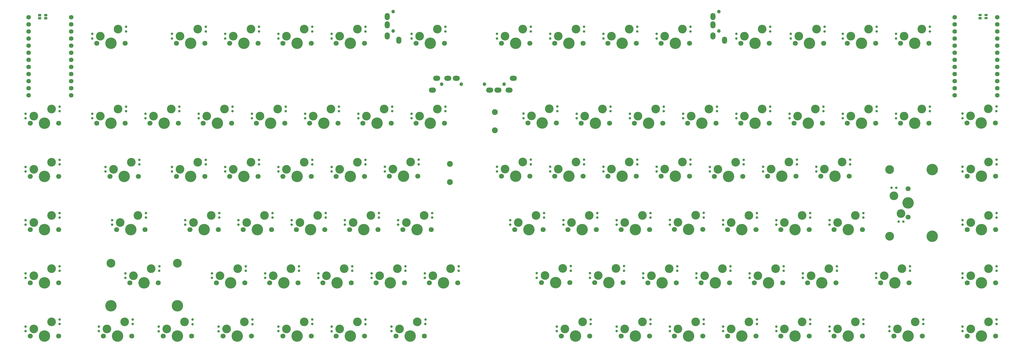
<source format=gts>
%TF.GenerationSoftware,KiCad,Pcbnew,(5.1.9)-1*%
%TF.CreationDate,2021-05-10T22:56:04+09:00*%
%TF.ProjectId,Pistachio_rev2,50697374-6163-4686-996f-5f726576322e,rev?*%
%TF.SameCoordinates,Original*%
%TF.FileFunction,Soldermask,Top*%
%TF.FilePolarity,Negative*%
%FSLAX46Y46*%
G04 Gerber Fmt 4.6, Leading zero omitted, Abs format (unit mm)*
G04 Created by KiCad (PCBNEW (5.1.9)-1) date 2021-05-10 22:56:04*
%MOMM*%
%LPD*%
G01*
G04 APERTURE LIST*
%ADD10C,0.902000*%
%ADD11C,1.803800*%
%ADD12C,4.089800*%
%ADD13C,3.102000*%
%ADD14C,1.626000*%
%ADD15C,3.150000*%
%ADD16O,1.802000X2.602000*%
%ADD17C,1.302000*%
%ADD18O,2.602000X1.802000*%
%ADD19C,2.102000*%
G04 APERTURE END LIST*
D10*
%TO.C,SW83*%
X142342080Y-183806740D03*
X142342080Y-182126740D03*
X154462080Y-181266740D03*
X154472080Y-179596740D03*
D11*
X143962080Y-185506740D03*
X154122080Y-185506740D03*
D12*
X149042080Y-185506740D03*
D13*
X145232080Y-182966740D03*
X151582080Y-180426740D03*
%TD*%
D10*
%TO.C,SW82*%
X123292000Y-183800000D03*
X123292000Y-182120000D03*
X135412000Y-181260000D03*
X135422000Y-179590000D03*
D11*
X124912000Y-185500000D03*
X135072000Y-185500000D03*
D12*
X129992000Y-185500000D03*
D13*
X126182000Y-182960000D03*
X132532000Y-180420000D03*
%TD*%
D10*
%TO.C,SW81*%
X101860660Y-183806740D03*
X101860660Y-182126740D03*
X113980660Y-181266740D03*
X113990660Y-179596740D03*
D11*
X103480660Y-185506740D03*
X113640660Y-185506740D03*
D12*
X108560660Y-185506740D03*
D13*
X104750660Y-182966740D03*
X111100660Y-180426740D03*
%TD*%
D10*
%TO.C,SW7*%
X201478224Y-79024560D03*
X201478224Y-77344560D03*
X213598224Y-76484560D03*
X213608224Y-74814560D03*
D11*
X203098224Y-80724560D03*
X213258224Y-80724560D03*
D12*
X208178224Y-80724560D03*
D13*
X204368224Y-78184560D03*
X210718224Y-75644560D03*
%TD*%
D10*
%TO.C,SW4*%
X123287880Y-79024560D03*
X123287880Y-77344560D03*
X135407880Y-76484560D03*
X135417880Y-74814560D03*
D11*
X124907880Y-80724560D03*
X135067880Y-80724560D03*
D12*
X129987880Y-80724560D03*
D13*
X126177880Y-78184560D03*
X132527880Y-75644560D03*
%TD*%
D14*
%TO.C,U2*%
X380590600Y-71379000D03*
X380590600Y-73919000D03*
X380590600Y-76459000D03*
X380590600Y-78999000D03*
X380590600Y-81539000D03*
X380590600Y-84079000D03*
X380590600Y-86619000D03*
X380590600Y-89159000D03*
X380590600Y-91699000D03*
X380590600Y-94239000D03*
X380590600Y-96779000D03*
X380590600Y-99319000D03*
X365370600Y-99319000D03*
X365370600Y-96779000D03*
X365370600Y-94239000D03*
X365370600Y-91699000D03*
X365370600Y-89159000D03*
X365370600Y-86619000D03*
X365370600Y-84079000D03*
X365370600Y-81539000D03*
X365370600Y-78999000D03*
X365370600Y-76459000D03*
X365370600Y-73919000D03*
X365370600Y-71379000D03*
%TD*%
D10*
%TO.C,SW1*%
X56612600Y-79024560D03*
X56612600Y-77344560D03*
X68732600Y-76484560D03*
X68742600Y-74814560D03*
D11*
X58232600Y-80724560D03*
X68392600Y-80724560D03*
D12*
X63312600Y-80724560D03*
D13*
X59502600Y-78184560D03*
X65852600Y-75644560D03*
%TD*%
D14*
%TO.C,U1*%
X49120600Y-71379000D03*
X49120600Y-73919000D03*
X49120600Y-76459000D03*
X49120600Y-78999000D03*
X49120600Y-81539000D03*
X49120600Y-84079000D03*
X49120600Y-86619000D03*
X49120600Y-89159000D03*
X49120600Y-91699000D03*
X49120600Y-94239000D03*
X49120600Y-96779000D03*
X49120600Y-99319000D03*
X33900600Y-99319000D03*
X33900600Y-96779000D03*
X33900600Y-94239000D03*
X33900600Y-91699000D03*
X33900600Y-89159000D03*
X33900600Y-86619000D03*
X33900600Y-84079000D03*
X33900600Y-81539000D03*
X33900600Y-78999000D03*
X33900600Y-76459000D03*
X33900600Y-73919000D03*
X33900600Y-71379000D03*
%TD*%
D10*
%TO.C,SW35*%
X104237800Y-126649760D03*
X104237800Y-124969760D03*
X116357800Y-124109760D03*
X116367800Y-122439760D03*
D11*
X105857800Y-128349760D03*
X116017800Y-128349760D03*
D12*
X110937800Y-128349760D03*
D13*
X107127800Y-125809760D03*
X113477800Y-123269760D03*
%TD*%
D15*
%TO.C,REF\u002A\u002A*%
X342077290Y-149777311D03*
X342077290Y-125977311D03*
D12*
X357317290Y-149777311D03*
X357317290Y-125977311D03*
%TD*%
D15*
%TO.C,REF\u002A\u002A*%
X63312290Y-159462311D03*
X87112290Y-159462311D03*
D12*
X63312290Y-174702311D03*
X87112290Y-174702311D03*
%TD*%
%TO.C,D93*%
G36*
G01*
X39418090Y-72087312D02*
X39418090Y-71387310D01*
G75*
G02*
X39469089Y-71336311I50999J0D01*
G01*
X40469091Y-71336311D01*
G75*
G02*
X40520090Y-71387310I0J-50999D01*
G01*
X40520090Y-72087312D01*
G75*
G02*
X40469091Y-72138311I-50999J0D01*
G01*
X39469089Y-72138311D01*
G75*
G02*
X39418090Y-72087312I0J50999D01*
G01*
G37*
G36*
G01*
X39418090Y-70987312D02*
X39418090Y-70287310D01*
G75*
G02*
X39469089Y-70236311I50999J0D01*
G01*
X40469091Y-70236311D01*
G75*
G02*
X40520090Y-70287310I0J-50999D01*
G01*
X40520090Y-70987312D01*
G75*
G02*
X40469091Y-71038311I-50999J0D01*
G01*
X39469089Y-71038311D01*
G75*
G02*
X39418090Y-70987312I0J50999D01*
G01*
G37*
G36*
G01*
X37284490Y-70987312D02*
X37284490Y-70287310D01*
G75*
G02*
X37335489Y-70236311I50999J0D01*
G01*
X38335491Y-70236311D01*
G75*
G02*
X38386490Y-70287310I0J-50999D01*
G01*
X38386490Y-70987312D01*
G75*
G02*
X38335491Y-71038311I-50999J0D01*
G01*
X37335489Y-71038311D01*
G75*
G02*
X37284490Y-70987312I0J50999D01*
G01*
G37*
G36*
G01*
X37284490Y-72096112D02*
X37284490Y-71396110D01*
G75*
G02*
X37335489Y-71345111I50999J0D01*
G01*
X38335491Y-71345111D01*
G75*
G02*
X38386490Y-71396110I0J-50999D01*
G01*
X38386490Y-72096112D01*
G75*
G02*
X38335491Y-72147111I-50999J0D01*
G01*
X37335489Y-72147111D01*
G75*
G02*
X37284490Y-72096112I0J50999D01*
G01*
G37*
%TD*%
%TO.C,D94*%
G36*
G01*
X375998090Y-72077312D02*
X375998090Y-71377310D01*
G75*
G02*
X376049089Y-71326311I50999J0D01*
G01*
X377049091Y-71326311D01*
G75*
G02*
X377100090Y-71377310I0J-50999D01*
G01*
X377100090Y-72077312D01*
G75*
G02*
X377049091Y-72128311I-50999J0D01*
G01*
X376049089Y-72128311D01*
G75*
G02*
X375998090Y-72077312I0J50999D01*
G01*
G37*
G36*
G01*
X375998090Y-70977312D02*
X375998090Y-70277310D01*
G75*
G02*
X376049089Y-70226311I50999J0D01*
G01*
X377049091Y-70226311D01*
G75*
G02*
X377100090Y-70277310I0J-50999D01*
G01*
X377100090Y-70977312D01*
G75*
G02*
X377049091Y-71028311I-50999J0D01*
G01*
X376049089Y-71028311D01*
G75*
G02*
X375998090Y-70977312I0J50999D01*
G01*
G37*
G36*
G01*
X373864490Y-70977312D02*
X373864490Y-70277310D01*
G75*
G02*
X373915489Y-70226311I50999J0D01*
G01*
X374915491Y-70226311D01*
G75*
G02*
X374966490Y-70277310I0J-50999D01*
G01*
X374966490Y-70977312D01*
G75*
G02*
X374915491Y-71028311I-50999J0D01*
G01*
X373915489Y-71028311D01*
G75*
G02*
X373864490Y-70977312I0J50999D01*
G01*
G37*
G36*
G01*
X373864490Y-72086112D02*
X373864490Y-71386110D01*
G75*
G02*
X373915489Y-71335111I50999J0D01*
G01*
X374915491Y-71335111D01*
G75*
G02*
X374966490Y-71386110I0J-50999D01*
G01*
X374966490Y-72086112D01*
G75*
G02*
X374915491Y-72137111I-50999J0D01*
G01*
X373915489Y-72137111D01*
G75*
G02*
X373864490Y-72086112I0J50999D01*
G01*
G37*
%TD*%
D16*
%TO.C,J1*%
X166402000Y-79637000D03*
X162202000Y-78137000D03*
X162202000Y-74137000D03*
X162202000Y-71137000D03*
D17*
X164302000Y-76337000D03*
X164302000Y-69337000D03*
%TD*%
D18*
%TO.C,J2*%
X178412000Y-97487000D03*
X179912000Y-93287000D03*
X183912000Y-93287000D03*
X186912000Y-93287000D03*
D17*
X181712000Y-95387000D03*
X188712000Y-95387000D03*
%TD*%
D16*
%TO.C,J3*%
X282992000Y-79637000D03*
X278792000Y-78137000D03*
X278792000Y-74137000D03*
X278792000Y-71137000D03*
D17*
X280892000Y-76337000D03*
X280892000Y-69337000D03*
%TD*%
D18*
%TO.C,J4*%
X207352000Y-93287000D03*
X205852000Y-97487000D03*
X201852000Y-97487000D03*
X198852000Y-97487000D03*
D17*
X204052000Y-95387000D03*
X197052000Y-95387000D03*
%TD*%
D10*
%TO.C,SW2*%
X85187720Y-79024560D03*
X85187720Y-77344560D03*
X97307720Y-76484560D03*
X97317720Y-74814560D03*
D11*
X86807720Y-80724560D03*
X96967720Y-80724560D03*
D12*
X91887720Y-80724560D03*
D13*
X88077720Y-78184560D03*
X94427720Y-75644560D03*
%TD*%
D10*
%TO.C,SW3*%
X104237800Y-79024560D03*
X104237800Y-77344560D03*
X116357800Y-76484560D03*
X116367800Y-74814560D03*
D11*
X105857800Y-80724560D03*
X116017800Y-80724560D03*
D12*
X110937800Y-80724560D03*
D13*
X107127800Y-78184560D03*
X113477800Y-75644560D03*
%TD*%
D10*
%TO.C,SW5*%
X142337960Y-79024560D03*
X142337960Y-77344560D03*
X154457960Y-76484560D03*
X154467960Y-74814560D03*
D11*
X143957960Y-80724560D03*
X154117960Y-80724560D03*
D12*
X149037960Y-80724560D03*
D13*
X145227960Y-78184560D03*
X151577960Y-75644560D03*
%TD*%
D10*
%TO.C,SW6*%
X170913080Y-79024560D03*
X170913080Y-77344560D03*
X183033080Y-76484560D03*
X183043080Y-74814560D03*
D11*
X172533080Y-80724560D03*
X182693080Y-80724560D03*
D12*
X177613080Y-80724560D03*
D13*
X173803080Y-78184560D03*
X180153080Y-75644560D03*
%TD*%
D10*
%TO.C,SW8*%
X220528304Y-79024560D03*
X220528304Y-77344560D03*
X232648304Y-76484560D03*
X232658304Y-74814560D03*
D11*
X222148304Y-80724560D03*
X232308304Y-80724560D03*
D12*
X227228304Y-80724560D03*
D13*
X223418304Y-78184560D03*
X229768304Y-75644560D03*
%TD*%
D10*
%TO.C,SW9*%
X239578384Y-79024560D03*
X239578384Y-77344560D03*
X251698384Y-76484560D03*
X251708384Y-74814560D03*
D11*
X241198384Y-80724560D03*
X251358384Y-80724560D03*
D12*
X246278384Y-80724560D03*
D13*
X242468384Y-78184560D03*
X248818384Y-75644560D03*
%TD*%
D10*
%TO.C,SW10*%
X258628464Y-79001693D03*
X258628464Y-77321693D03*
X270748464Y-76461693D03*
X270758464Y-74791693D03*
D11*
X260248464Y-80701693D03*
X270408464Y-80701693D03*
D12*
X265328464Y-80701693D03*
D13*
X261518464Y-78161693D03*
X267868464Y-75621693D03*
%TD*%
D10*
%TO.C,SW11*%
X287203584Y-79001693D03*
X287203584Y-77321693D03*
X299323584Y-76461693D03*
X299333584Y-74791693D03*
D11*
X288823584Y-80701693D03*
X298983584Y-80701693D03*
D12*
X293903584Y-80701693D03*
D13*
X290093584Y-78161693D03*
X296443584Y-75621693D03*
%TD*%
D10*
%TO.C,SW12*%
X306644900Y-79024560D03*
X306644900Y-77344560D03*
X318764900Y-76484560D03*
X318774900Y-74814560D03*
D11*
X308264900Y-80724560D03*
X318424900Y-80724560D03*
D12*
X313344900Y-80724560D03*
D13*
X309534900Y-78184560D03*
X315884900Y-75644560D03*
%TD*%
D10*
%TO.C,SW13*%
X325303744Y-79024560D03*
X325303744Y-77344560D03*
X337423744Y-76484560D03*
X337433744Y-74814560D03*
D11*
X326923744Y-80724560D03*
X337083744Y-80724560D03*
D12*
X332003744Y-80724560D03*
D13*
X328193744Y-78184560D03*
X334543744Y-75644560D03*
%TD*%
D10*
%TO.C,SW14*%
X344353824Y-79024560D03*
X344353824Y-77344560D03*
X356473824Y-76484560D03*
X356483824Y-74814560D03*
D11*
X345973824Y-80724560D03*
X356133824Y-80724560D03*
D12*
X351053824Y-80724560D03*
D13*
X347243824Y-78184560D03*
X353593824Y-75644560D03*
%TD*%
D10*
%TO.C,SW15*%
X32800000Y-107599680D03*
X32800000Y-105919680D03*
X44920000Y-105059680D03*
X44930000Y-103389680D03*
D11*
X34420000Y-109299680D03*
X44580000Y-109299680D03*
D12*
X39500000Y-109299680D03*
D13*
X35690000Y-106759680D03*
X42040000Y-104219680D03*
%TD*%
D10*
%TO.C,SW16*%
X56612600Y-107599680D03*
X56612600Y-105919680D03*
X68732600Y-105059680D03*
X68742600Y-103389680D03*
D11*
X58232600Y-109299680D03*
X68392600Y-109299680D03*
D12*
X63312600Y-109299680D03*
D13*
X59502600Y-106759680D03*
X65852600Y-104219680D03*
%TD*%
D10*
%TO.C,SW17*%
X75662680Y-107599680D03*
X75662680Y-105919680D03*
X87782680Y-105059680D03*
X87792680Y-103389680D03*
D11*
X77282680Y-109299680D03*
X87442680Y-109299680D03*
D12*
X82362680Y-109299680D03*
D13*
X78552680Y-106759680D03*
X84902680Y-104219680D03*
%TD*%
D10*
%TO.C,SW18*%
X94712760Y-107599680D03*
X94712760Y-105919680D03*
X106832760Y-105059680D03*
X106842760Y-103389680D03*
D11*
X96332760Y-109299680D03*
X106492760Y-109299680D03*
D12*
X101412760Y-109299680D03*
D13*
X97602760Y-106759680D03*
X103952760Y-104219680D03*
%TD*%
D10*
%TO.C,SW19*%
X113762840Y-107599680D03*
X113762840Y-105919680D03*
X125882840Y-105059680D03*
X125892840Y-103389680D03*
D11*
X115382840Y-109299680D03*
X125542840Y-109299680D03*
D12*
X120462840Y-109299680D03*
D13*
X116652840Y-106759680D03*
X123002840Y-104219680D03*
%TD*%
D10*
%TO.C,SW20*%
X132812920Y-107599680D03*
X132812920Y-105919680D03*
X144932920Y-105059680D03*
X144942920Y-103389680D03*
D11*
X134432920Y-109299680D03*
X144592920Y-109299680D03*
D12*
X139512920Y-109299680D03*
D13*
X135702920Y-106759680D03*
X142052920Y-104219680D03*
%TD*%
D10*
%TO.C,SW21*%
X151863000Y-107599680D03*
X151863000Y-105919680D03*
X163983000Y-105059680D03*
X163993000Y-103389680D03*
D11*
X153483000Y-109299680D03*
X163643000Y-109299680D03*
D12*
X158563000Y-109299680D03*
D13*
X154753000Y-106759680D03*
X161103000Y-104219680D03*
%TD*%
D10*
%TO.C,SW22*%
X170913080Y-107599680D03*
X170913080Y-105919680D03*
X183033080Y-105059680D03*
X183043080Y-103389680D03*
D11*
X172533080Y-109299680D03*
X182693080Y-109299680D03*
D12*
X177613080Y-109299680D03*
D13*
X173803080Y-106759680D03*
X180153080Y-104219680D03*
%TD*%
D10*
%TO.C,SW23*%
X211003264Y-107576813D03*
X211003264Y-105896813D03*
X223123264Y-105036813D03*
X223133264Y-103366813D03*
D11*
X212623264Y-109276813D03*
X222783264Y-109276813D03*
D12*
X217703264Y-109276813D03*
D13*
X213893264Y-106736813D03*
X220243264Y-104196813D03*
%TD*%
D10*
%TO.C,SW24*%
X230053344Y-107599680D03*
X230053344Y-105919680D03*
X242173344Y-105059680D03*
X242183344Y-103389680D03*
D11*
X231673344Y-109299680D03*
X241833344Y-109299680D03*
D12*
X236753344Y-109299680D03*
D13*
X232943344Y-106759680D03*
X239293344Y-104219680D03*
%TD*%
D10*
%TO.C,SW25*%
X249103424Y-107599680D03*
X249103424Y-105919680D03*
X261223424Y-105059680D03*
X261233424Y-103389680D03*
D11*
X250723424Y-109299680D03*
X260883424Y-109299680D03*
D12*
X255803424Y-109299680D03*
D13*
X251993424Y-106759680D03*
X258343424Y-104219680D03*
%TD*%
D10*
%TO.C,SW26*%
X268153504Y-107599680D03*
X268153504Y-105919680D03*
X280273504Y-105059680D03*
X280283504Y-103389680D03*
D11*
X269773504Y-109299680D03*
X279933504Y-109299680D03*
D12*
X274853504Y-109299680D03*
D13*
X271043504Y-106759680D03*
X277393504Y-104219680D03*
%TD*%
D10*
%TO.C,SW27*%
X287203584Y-107599680D03*
X287203584Y-105919680D03*
X299323584Y-105059680D03*
X299333584Y-103389680D03*
D11*
X288823584Y-109299680D03*
X298983584Y-109299680D03*
D12*
X293903584Y-109299680D03*
D13*
X290093584Y-106759680D03*
X296443584Y-104219680D03*
%TD*%
D10*
%TO.C,SW28*%
X306253664Y-107599680D03*
X306253664Y-105919680D03*
X318373664Y-105059680D03*
X318383664Y-103389680D03*
D11*
X307873664Y-109299680D03*
X318033664Y-109299680D03*
D12*
X312953664Y-109299680D03*
D13*
X309143664Y-106759680D03*
X315493664Y-104219680D03*
%TD*%
D10*
%TO.C,SW29*%
X325303744Y-107599680D03*
X325303744Y-105919680D03*
X337423744Y-105059680D03*
X337433744Y-103389680D03*
D11*
X326923744Y-109299680D03*
X337083744Y-109299680D03*
D12*
X332003744Y-109299680D03*
D13*
X328193744Y-106759680D03*
X334543744Y-104219680D03*
%TD*%
D10*
%TO.C,SW30*%
X344353824Y-107599680D03*
X344353824Y-105919680D03*
X356473824Y-105059680D03*
X356483824Y-103389680D03*
D11*
X345973824Y-109299680D03*
X356133824Y-109299680D03*
D12*
X351053824Y-109299680D03*
D13*
X347243824Y-106759680D03*
X353593824Y-104219680D03*
%TD*%
D10*
%TO.C,SW32*%
X32800000Y-126649760D03*
X32800000Y-124969760D03*
X44920000Y-124109760D03*
X44930000Y-122439760D03*
D11*
X34420000Y-128349760D03*
X44580000Y-128349760D03*
D12*
X39500000Y-128349760D03*
D13*
X35690000Y-125809760D03*
X42040000Y-123269760D03*
%TD*%
D10*
%TO.C,SW33*%
X61375120Y-126649760D03*
X61375120Y-124969760D03*
X73495120Y-124109760D03*
X73505120Y-122439760D03*
D11*
X62995120Y-128349760D03*
X73155120Y-128349760D03*
D12*
X68075120Y-128349760D03*
D13*
X64265120Y-125809760D03*
X70615120Y-123269760D03*
%TD*%
D10*
%TO.C,SW34*%
X85187720Y-126649760D03*
X85187720Y-124969760D03*
X97307720Y-124109760D03*
X97317720Y-122439760D03*
D11*
X86807720Y-128349760D03*
X96967720Y-128349760D03*
D12*
X91887720Y-128349760D03*
D13*
X88077720Y-125809760D03*
X94427720Y-123269760D03*
%TD*%
D10*
%TO.C,SW36*%
X123287880Y-126649760D03*
X123287880Y-124969760D03*
X135407880Y-124109760D03*
X135417880Y-122439760D03*
D11*
X124907880Y-128349760D03*
X135067880Y-128349760D03*
D12*
X129987880Y-128349760D03*
D13*
X126177880Y-125809760D03*
X132527880Y-123269760D03*
%TD*%
D10*
%TO.C,SW37*%
X142337960Y-126649760D03*
X142337960Y-124969760D03*
X154457960Y-124109760D03*
X154467960Y-122439760D03*
D11*
X143957960Y-128349760D03*
X154117960Y-128349760D03*
D12*
X149037960Y-128349760D03*
D13*
X145227960Y-125809760D03*
X151577960Y-123269760D03*
%TD*%
D10*
%TO.C,SW38*%
X161388040Y-126626893D03*
X161388040Y-124946893D03*
X173508040Y-124086893D03*
X173518040Y-122416893D03*
D11*
X163008040Y-128326893D03*
X173168040Y-128326893D03*
D12*
X168088040Y-128326893D03*
D13*
X164278040Y-125786893D03*
X170628040Y-123246893D03*
%TD*%
D10*
%TO.C,SW39*%
X201478224Y-126626893D03*
X201478224Y-124946893D03*
X213598224Y-124086893D03*
X213608224Y-122416893D03*
D11*
X203098224Y-128326893D03*
X213258224Y-128326893D03*
D12*
X208178224Y-128326893D03*
D13*
X204368224Y-125786893D03*
X210718224Y-123246893D03*
%TD*%
D10*
%TO.C,SW40*%
X220528304Y-126626893D03*
X220528304Y-124946893D03*
X232648304Y-124086893D03*
X232658304Y-122416893D03*
D11*
X222148304Y-128326893D03*
X232308304Y-128326893D03*
D12*
X227228304Y-128326893D03*
D13*
X223418304Y-125786893D03*
X229768304Y-123246893D03*
%TD*%
D10*
%TO.C,SW41*%
X239578384Y-126626893D03*
X239578384Y-124946893D03*
X251698384Y-124086893D03*
X251708384Y-122416893D03*
D11*
X241198384Y-128326893D03*
X251358384Y-128326893D03*
D12*
X246278384Y-128326893D03*
D13*
X242468384Y-125786893D03*
X248818384Y-123246893D03*
%TD*%
D10*
%TO.C,SW42*%
X258628464Y-126626893D03*
X258628464Y-124946893D03*
X270748464Y-124086893D03*
X270758464Y-122416893D03*
D11*
X260248464Y-128326893D03*
X270408464Y-128326893D03*
D12*
X265328464Y-128326893D03*
D13*
X261518464Y-125786893D03*
X267868464Y-123246893D03*
%TD*%
D10*
%TO.C,SW43*%
X277678544Y-126649760D03*
X277678544Y-124969760D03*
X289798544Y-124109760D03*
X289808544Y-122439760D03*
D11*
X279298544Y-128349760D03*
X289458544Y-128349760D03*
D12*
X284378544Y-128349760D03*
D13*
X280568544Y-125809760D03*
X286918544Y-123269760D03*
%TD*%
D10*
%TO.C,SW44*%
X296728624Y-126626893D03*
X296728624Y-124946893D03*
X308848624Y-124086893D03*
X308858624Y-122416893D03*
D11*
X298348624Y-128326893D03*
X308508624Y-128326893D03*
D12*
X303428624Y-128326893D03*
D13*
X299618624Y-125786893D03*
X305968624Y-123246893D03*
%TD*%
D10*
%TO.C,SW45*%
X315778704Y-126626893D03*
X315778704Y-124946893D03*
X327898704Y-124086893D03*
X327908704Y-122416893D03*
D11*
X317398704Y-128326893D03*
X327558704Y-128326893D03*
D12*
X322478704Y-128326893D03*
D13*
X318668704Y-125786893D03*
X325018704Y-123246893D03*
%TD*%
D10*
%TO.C,SW46*%
X368166424Y-126626893D03*
X368166424Y-124946893D03*
X380286424Y-124086893D03*
X380296424Y-122416893D03*
D11*
X369786424Y-128326893D03*
X379946424Y-128326893D03*
D12*
X374866424Y-128326893D03*
D13*
X371056424Y-125786893D03*
X377406424Y-123246893D03*
%TD*%
D10*
%TO.C,SW31*%
X368158224Y-107561693D03*
X368158224Y-105881693D03*
X380278224Y-105021693D03*
X380288224Y-103351693D03*
D11*
X369778224Y-109261693D03*
X379938224Y-109261693D03*
D12*
X374858224Y-109261693D03*
D13*
X371048224Y-106721693D03*
X377398224Y-104181693D03*
%TD*%
D10*
%TO.C,SW47*%
X32800001Y-145699840D03*
X32800001Y-144019840D03*
X44920001Y-143159840D03*
X44930001Y-141489840D03*
D11*
X34420001Y-147399840D03*
X44580001Y-147399840D03*
D12*
X39500001Y-147399840D03*
D13*
X35690001Y-144859840D03*
X42040001Y-142319840D03*
%TD*%
D10*
%TO.C,SW48*%
X63756380Y-145699840D03*
X63756380Y-144019840D03*
X75876380Y-143159840D03*
X75886380Y-141489840D03*
D11*
X65376380Y-147399840D03*
X75536380Y-147399840D03*
D12*
X70456380Y-147399840D03*
D13*
X66646380Y-144859840D03*
X72996380Y-142319840D03*
%TD*%
D10*
%TO.C,SW49*%
X89950240Y-145699840D03*
X89950240Y-144019840D03*
X102070240Y-143159840D03*
X102080240Y-141489840D03*
D11*
X91570240Y-147399840D03*
X101730240Y-147399840D03*
D12*
X96650240Y-147399840D03*
D13*
X92840240Y-144859840D03*
X99190240Y-142319840D03*
%TD*%
D10*
%TO.C,SW50*%
X109000320Y-145699840D03*
X109000320Y-144019840D03*
X121120320Y-143159840D03*
X121130320Y-141489840D03*
D11*
X110620320Y-147399840D03*
X120780320Y-147399840D03*
D12*
X115700320Y-147399840D03*
D13*
X111890320Y-144859840D03*
X118240320Y-142319840D03*
%TD*%
D10*
%TO.C,SW51*%
X128050400Y-145699840D03*
X128050400Y-144019840D03*
X140170400Y-143159840D03*
X140180400Y-141489840D03*
D11*
X129670400Y-147399840D03*
X139830400Y-147399840D03*
D12*
X134750400Y-147399840D03*
D13*
X130940400Y-144859840D03*
X137290400Y-142319840D03*
%TD*%
D10*
%TO.C,SW52*%
X147100480Y-145699840D03*
X147100480Y-144019840D03*
X159220480Y-143159840D03*
X159230480Y-141489840D03*
D11*
X148720480Y-147399840D03*
X158880480Y-147399840D03*
D12*
X153800480Y-147399840D03*
D13*
X149990480Y-144859840D03*
X156340480Y-142319840D03*
%TD*%
D10*
%TO.C,SW53*%
X166150560Y-145699840D03*
X166150560Y-144019840D03*
X178270560Y-143159840D03*
X178280560Y-141489840D03*
D11*
X167770560Y-147399840D03*
X177930560Y-147399840D03*
D12*
X172850560Y-147399840D03*
D13*
X169040560Y-144859840D03*
X175390560Y-142319840D03*
%TD*%
D10*
%TO.C,SW54*%
X206240744Y-145699840D03*
X206240744Y-144019840D03*
X218360744Y-143159840D03*
X218370744Y-141489840D03*
D11*
X207860744Y-147399840D03*
X218020744Y-147399840D03*
D12*
X212940744Y-147399840D03*
D13*
X209130744Y-144859840D03*
X215480744Y-142319840D03*
%TD*%
D10*
%TO.C,SW55*%
X225290824Y-145699840D03*
X225290824Y-144019840D03*
X237410824Y-143159840D03*
X237420824Y-141489840D03*
D11*
X226910824Y-147399840D03*
X237070824Y-147399840D03*
D12*
X231990824Y-147399840D03*
D13*
X228180824Y-144859840D03*
X234530824Y-142319840D03*
%TD*%
D10*
%TO.C,SW56*%
X244340904Y-145699840D03*
X244340904Y-144019840D03*
X256460904Y-143159840D03*
X256470904Y-141489840D03*
D11*
X245960904Y-147399840D03*
X256120904Y-147399840D03*
D12*
X251040904Y-147399840D03*
D13*
X247230904Y-144859840D03*
X253580904Y-142319840D03*
%TD*%
D10*
%TO.C,SW57*%
X263390984Y-145676973D03*
X263390984Y-143996973D03*
X275510984Y-143136973D03*
X275520984Y-141466973D03*
D11*
X265010984Y-147376973D03*
X275170984Y-147376973D03*
D12*
X270090984Y-147376973D03*
D13*
X266280984Y-144836973D03*
X272630984Y-142296973D03*
%TD*%
D10*
%TO.C,SW58*%
X282441064Y-145699840D03*
X282441064Y-144019840D03*
X294561064Y-143159840D03*
X294571064Y-141489840D03*
D11*
X284061064Y-147399840D03*
X294221064Y-147399840D03*
D12*
X289141064Y-147399840D03*
D13*
X285331064Y-144859840D03*
X291681064Y-142319840D03*
%TD*%
D10*
%TO.C,SW59*%
X301491144Y-145699840D03*
X301491144Y-144019840D03*
X313611144Y-143159840D03*
X313621144Y-141489840D03*
D11*
X303111144Y-147399840D03*
X313271144Y-147399840D03*
D12*
X308191144Y-147399840D03*
D13*
X304381144Y-144859840D03*
X310731144Y-142319840D03*
%TD*%
D10*
%TO.C,SW60*%
X320541224Y-145699840D03*
X320541224Y-144019840D03*
X332661224Y-143159840D03*
X332671224Y-141489840D03*
D11*
X322161224Y-147399840D03*
X332321224Y-147399840D03*
D12*
X327241224Y-147399840D03*
D13*
X323431224Y-144859840D03*
X329781224Y-142319840D03*
%TD*%
D10*
%TO.C,SW61*%
X346972564Y-144574800D03*
X345292564Y-144574800D03*
X344432564Y-132454800D03*
X342762564Y-132444800D03*
D11*
X348672564Y-142954800D03*
X348672564Y-132794800D03*
D12*
X348672564Y-137874800D03*
D13*
X346132564Y-141684800D03*
X343592564Y-135334800D03*
%TD*%
D10*
%TO.C,SW62*%
X368166424Y-145699840D03*
X368166424Y-144019840D03*
X380286424Y-143159840D03*
X380296424Y-141489840D03*
D11*
X369786424Y-147399840D03*
X379946424Y-147399840D03*
D12*
X374866424Y-147399840D03*
D13*
X371056424Y-144859840D03*
X377406424Y-142319840D03*
%TD*%
D10*
%TO.C,SW63*%
X32800000Y-164749920D03*
X32800000Y-163069920D03*
X44920000Y-162209920D03*
X44930000Y-160539920D03*
D11*
X34420000Y-166449920D03*
X44580000Y-166449920D03*
D12*
X39500000Y-166449920D03*
D13*
X35690000Y-163909920D03*
X42040000Y-161369920D03*
%TD*%
D10*
%TO.C,SW64*%
X68518900Y-164749920D03*
X68518900Y-163069920D03*
X80638900Y-162209920D03*
X80648900Y-160539920D03*
D11*
X70138900Y-166449920D03*
X80298900Y-166449920D03*
D12*
X75218900Y-166449920D03*
D13*
X71408900Y-163909920D03*
X77758900Y-161369920D03*
%TD*%
D10*
%TO.C,SW65*%
X99475280Y-164749920D03*
X99475280Y-163069920D03*
X111595280Y-162209920D03*
X111605280Y-160539920D03*
D11*
X101095280Y-166449920D03*
X111255280Y-166449920D03*
D12*
X106175280Y-166449920D03*
D13*
X102365280Y-163909920D03*
X108715280Y-161369920D03*
%TD*%
D10*
%TO.C,SW66*%
X118525360Y-164749920D03*
X118525360Y-163069920D03*
X130645360Y-162209920D03*
X130655360Y-160539920D03*
D11*
X120145360Y-166449920D03*
X130305360Y-166449920D03*
D12*
X125225360Y-166449920D03*
D13*
X121415360Y-163909920D03*
X127765360Y-161369920D03*
%TD*%
D10*
%TO.C,SW67*%
X137575440Y-164749920D03*
X137575440Y-163069920D03*
X149695440Y-162209920D03*
X149705440Y-160539920D03*
D11*
X139195440Y-166449920D03*
X149355440Y-166449920D03*
D12*
X144275440Y-166449920D03*
D13*
X140465440Y-163909920D03*
X146815440Y-161369920D03*
%TD*%
D10*
%TO.C,SW68*%
X156625520Y-164749920D03*
X156625520Y-163069920D03*
X168745520Y-162209920D03*
X168755520Y-160539920D03*
D11*
X158245520Y-166449920D03*
X168405520Y-166449920D03*
D12*
X163325520Y-166449920D03*
D13*
X159515520Y-163909920D03*
X165865520Y-161369920D03*
%TD*%
D10*
%TO.C,SW69*%
X175675600Y-164749920D03*
X175675600Y-163069920D03*
X187795600Y-162209920D03*
X187805600Y-160539920D03*
D11*
X177295600Y-166449920D03*
X187455600Y-166449920D03*
D12*
X182375600Y-166449920D03*
D13*
X178565600Y-163909920D03*
X184915600Y-161369920D03*
%TD*%
D10*
%TO.C,SW70*%
X215765784Y-164727053D03*
X215765784Y-163047053D03*
X227885784Y-162187053D03*
X227895784Y-160517053D03*
D11*
X217385784Y-166427053D03*
X227545784Y-166427053D03*
D12*
X222465784Y-166427053D03*
D13*
X218655784Y-163887053D03*
X225005784Y-161347053D03*
%TD*%
D10*
%TO.C,SW71*%
X234815864Y-164727053D03*
X234815864Y-163047053D03*
X246935864Y-162187053D03*
X246945864Y-160517053D03*
D11*
X236435864Y-166427053D03*
X246595864Y-166427053D03*
D12*
X241515864Y-166427053D03*
D13*
X237705864Y-163887053D03*
X244055864Y-161347053D03*
%TD*%
D10*
%TO.C,SW72*%
X253865944Y-164749920D03*
X253865944Y-163069920D03*
X265985944Y-162209920D03*
X265995944Y-160539920D03*
D11*
X255485944Y-166449920D03*
X265645944Y-166449920D03*
D12*
X260565944Y-166449920D03*
D13*
X256755944Y-163909920D03*
X263105944Y-161369920D03*
%TD*%
D10*
%TO.C,SW73*%
X272916024Y-164749920D03*
X272916024Y-163069920D03*
X285036024Y-162209920D03*
X285046024Y-160539920D03*
D11*
X274536024Y-166449920D03*
X284696024Y-166449920D03*
D12*
X279616024Y-166449920D03*
D13*
X275806024Y-163909920D03*
X282156024Y-161369920D03*
%TD*%
D10*
%TO.C,SW74*%
X291966104Y-164749920D03*
X291966104Y-163069920D03*
X304086104Y-162209920D03*
X304096104Y-160539920D03*
D11*
X293586104Y-166449920D03*
X303746104Y-166449920D03*
D12*
X298666104Y-166449920D03*
D13*
X294856104Y-163909920D03*
X301206104Y-161369920D03*
%TD*%
D10*
%TO.C,SW75*%
X311016184Y-164749920D03*
X311016184Y-163069920D03*
X323136184Y-162209920D03*
X323146184Y-160539920D03*
D11*
X312636184Y-166449920D03*
X322796184Y-166449920D03*
D12*
X317716184Y-166449920D03*
D13*
X313906184Y-163909920D03*
X320256184Y-161369920D03*
%TD*%
D10*
%TO.C,SW76*%
X337210044Y-164749920D03*
X337210044Y-163069920D03*
X349330044Y-162209920D03*
X349340044Y-160539920D03*
D11*
X338830044Y-166449920D03*
X348990044Y-166449920D03*
D12*
X343910044Y-166449920D03*
D13*
X340100044Y-163909920D03*
X346450044Y-161369920D03*
%TD*%
D10*
%TO.C,SW77*%
X368166424Y-164749920D03*
X368166424Y-163069920D03*
X380286424Y-162209920D03*
X380296424Y-160539920D03*
D11*
X369786424Y-166449920D03*
X379946424Y-166449920D03*
D12*
X374866424Y-166449920D03*
D13*
X371056424Y-163909920D03*
X377406424Y-161369920D03*
%TD*%
D10*
%TO.C,SW78*%
X32800000Y-183800000D03*
X32800000Y-182120000D03*
X44920000Y-181260000D03*
X44930000Y-179590000D03*
D11*
X34420000Y-185500000D03*
X44580000Y-185500000D03*
D12*
X39500000Y-185500000D03*
D13*
X35690000Y-182960000D03*
X42040000Y-180420000D03*
%TD*%
D10*
%TO.C,SW79*%
X58993860Y-183805001D03*
X58993860Y-182125001D03*
X71113860Y-181265001D03*
X71123860Y-179595001D03*
D11*
X60613860Y-185505001D03*
X70773860Y-185505001D03*
D12*
X65693860Y-185505001D03*
D13*
X61883860Y-182965001D03*
X68233860Y-180425001D03*
%TD*%
D10*
%TO.C,SW80*%
X80429320Y-183806740D03*
X80429320Y-182126740D03*
X92549320Y-181266740D03*
X92559320Y-179596740D03*
D11*
X82049320Y-185506740D03*
X92209320Y-185506740D03*
D12*
X87129320Y-185506740D03*
D13*
X83319320Y-182966740D03*
X89669320Y-180426740D03*
%TD*%
D10*
%TO.C,SW84*%
X163773420Y-183805001D03*
X163773420Y-182125001D03*
X175893420Y-181265001D03*
X175903420Y-179595001D03*
D11*
X165393420Y-185505001D03*
X175553420Y-185505001D03*
D12*
X170473420Y-185505001D03*
D13*
X166663420Y-182965001D03*
X173013420Y-180425001D03*
%TD*%
D10*
%TO.C,SW85*%
X222909564Y-183805001D03*
X222909564Y-182125001D03*
X235029564Y-181265001D03*
X235039564Y-179595001D03*
D11*
X224529564Y-185505001D03*
X234689564Y-185505001D03*
D12*
X229609564Y-185505001D03*
D13*
X225799564Y-182965001D03*
X232149564Y-180425001D03*
%TD*%
D10*
%TO.C,SW86*%
X244340904Y-183805001D03*
X244340904Y-182125001D03*
X256460904Y-181265001D03*
X256470904Y-179595001D03*
D11*
X245960904Y-185505001D03*
X256120904Y-185505001D03*
D12*
X251040904Y-185505001D03*
D13*
X247230904Y-182965001D03*
X253580904Y-180425001D03*
%TD*%
D10*
%TO.C,SW87*%
X263390984Y-183805001D03*
X263390984Y-182125001D03*
X275510984Y-181265001D03*
X275520984Y-179595001D03*
D11*
X265010984Y-185505001D03*
X275170984Y-185505001D03*
D12*
X270090984Y-185505001D03*
D13*
X266280984Y-182965001D03*
X272630984Y-180425001D03*
%TD*%
D10*
%TO.C,SW88*%
X282441064Y-183800000D03*
X282441064Y-182120000D03*
X294561064Y-181260000D03*
X294571064Y-179590000D03*
D11*
X284061064Y-185500000D03*
X294221064Y-185500000D03*
D12*
X289141064Y-185500000D03*
D13*
X285331064Y-182960000D03*
X291681064Y-180420000D03*
%TD*%
D10*
%TO.C,SW89*%
X301491144Y-183800000D03*
X301491144Y-182120000D03*
X313611144Y-181260000D03*
X313621144Y-179590000D03*
D11*
X303111144Y-185500000D03*
X313271144Y-185500000D03*
D12*
X308191144Y-185500000D03*
D13*
X304381144Y-182960000D03*
X310731144Y-180420000D03*
%TD*%
D10*
%TO.C,SW90*%
X320541224Y-183805001D03*
X320541224Y-182125001D03*
X332661224Y-181265001D03*
X332671224Y-179595001D03*
D11*
X322161224Y-185505001D03*
X332321224Y-185505001D03*
D12*
X327241224Y-185505001D03*
D13*
X323431224Y-182965001D03*
X329781224Y-180425001D03*
%TD*%
D10*
%TO.C,SW91*%
X341972564Y-183805001D03*
X341972564Y-182125001D03*
X354092564Y-181265001D03*
X354102564Y-179595001D03*
D11*
X343592564Y-185505001D03*
X353752564Y-185505001D03*
D12*
X348672564Y-185505001D03*
D13*
X344862564Y-182965001D03*
X351212564Y-180425001D03*
%TD*%
D10*
%TO.C,SW92*%
X368166424Y-183800000D03*
X368166424Y-182120000D03*
X380286424Y-181260000D03*
X380296424Y-179590000D03*
D11*
X369786424Y-185500000D03*
X379946424Y-185500000D03*
D12*
X374866424Y-185500000D03*
D13*
X371056424Y-182960000D03*
X377406424Y-180420000D03*
%TD*%
D19*
%TO.C,SW93*%
X184622000Y-130397000D03*
X184622000Y-123897000D03*
%TD*%
%TO.C,SW94*%
X200742000Y-111897000D03*
X200742000Y-105397000D03*
%TD*%
M02*

</source>
